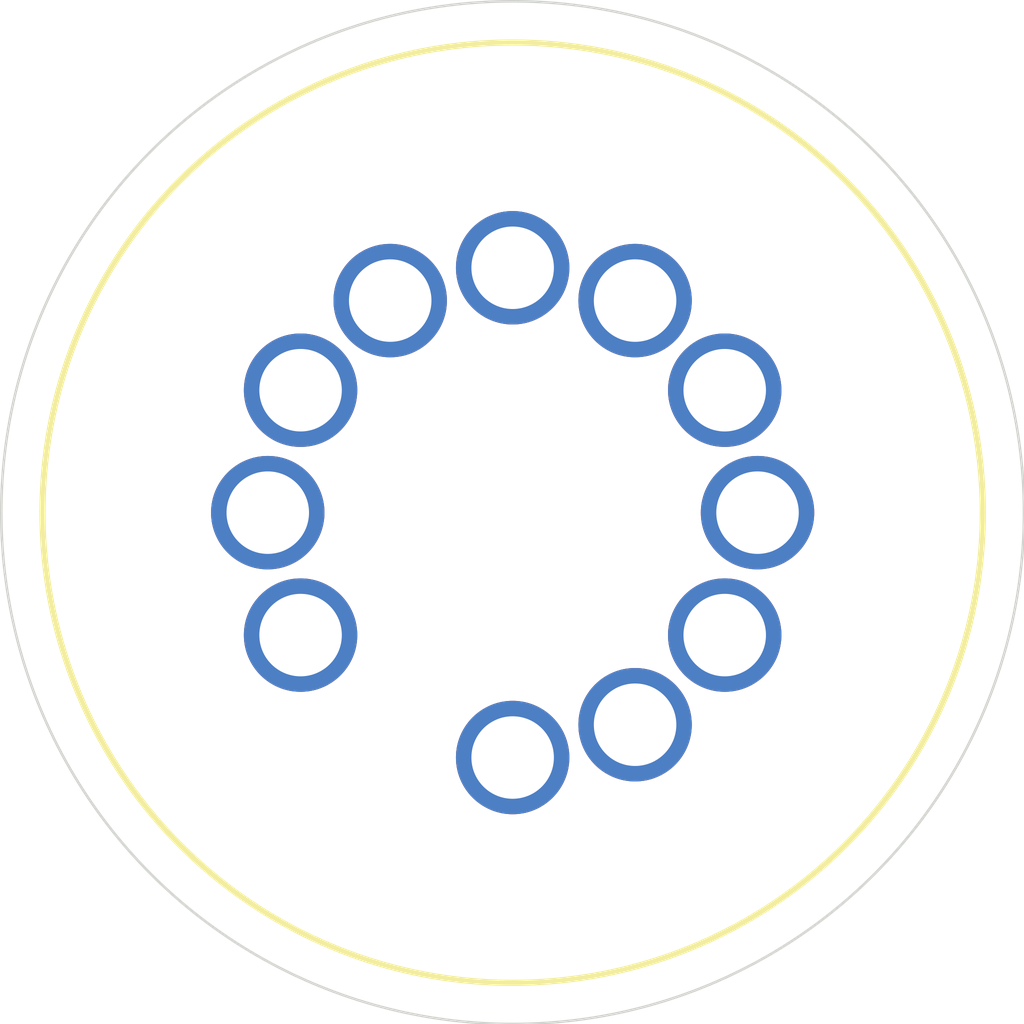
<source format=kicad_pcb>
(kicad_pcb (version 20171130) (host pcbnew "(5.1.5-0-10_14)")

  (general
    (thickness 1.6)
    (drawings 1)
    (tracks 0)
    (zones 0)
    (modules 1)
    (nets 10)
  )

  (page A4)
  (layers
    (0 F.Cu signal)
    (31 B.Cu signal)
    (32 B.Adhes user)
    (33 F.Adhes user)
    (34 B.Paste user)
    (35 F.Paste user)
    (36 B.SilkS user)
    (37 F.SilkS user)
    (38 B.Mask user)
    (39 F.Mask user)
    (40 Dwgs.User user)
    (41 Cmts.User user)
    (42 Eco1.User user)
    (43 Eco2.User user)
    (44 Edge.Cuts user)
    (45 Margin user)
    (46 B.CrtYd user)
    (47 F.CrtYd user)
    (48 B.Fab user)
    (49 F.Fab user)
  )

  (setup
    (last_trace_width 0.25)
    (trace_clearance 0.2)
    (zone_clearance 0.508)
    (zone_45_only no)
    (trace_min 0.2)
    (via_size 0.8)
    (via_drill 0.4)
    (via_min_size 0.4)
    (via_min_drill 0.3)
    (uvia_size 0.3)
    (uvia_drill 0.1)
    (uvias_allowed no)
    (uvia_min_size 0.2)
    (uvia_min_drill 0.1)
    (edge_width 0.05)
    (segment_width 0.2)
    (pcb_text_width 0.3)
    (pcb_text_size 1.5 1.5)
    (mod_edge_width 0.12)
    (mod_text_size 1 1)
    (mod_text_width 0.15)
    (pad_size 1.7 1.7)
    (pad_drill 1)
    (pad_to_mask_clearance 0.051)
    (solder_mask_min_width 0.25)
    (aux_axis_origin 0 0)
    (visible_elements FFFFFF7F)
    (pcbplotparams
      (layerselection 0x010fc_ffffffff)
      (usegerberextensions false)
      (usegerberattributes false)
      (usegerberadvancedattributes false)
      (creategerberjobfile false)
      (excludeedgelayer true)
      (linewidth 0.100000)
      (plotframeref false)
      (viasonmask false)
      (mode 1)
      (useauxorigin false)
      (hpglpennumber 1)
      (hpglpenspeed 20)
      (hpglpendiameter 15.000000)
      (psnegative false)
      (psa4output false)
      (plotreference true)
      (plotvalue true)
      (plotinvisibletext false)
      (padsonsilk false)
      (subtractmaskfromsilk false)
      (outputformat 1)
      (mirror false)
      (drillshape 1)
      (scaleselection 1)
      (outputdirectory ""))
  )

  (net 0 "")
  (net 1 "Net-(J1-Pad1)")
  (net 2 "Net-(J1-Pad2)")
  (net 3 "Net-(J1-Pad3)")
  (net 4 "Net-(J1-Pad4)")
  (net 5 "Net-(J1-Pad5)")
  (net 6 "Net-(J1-Pad6)")
  (net 7 "Net-(J1-Pad7)")
  (net 8 "Net-(J1-Pad8)")
  (net 9 "Net-(J1-Pad9)")

  (net_class Default "This is the default net class."
    (clearance 0.2)
    (trace_width 0.25)
    (via_dia 0.8)
    (via_drill 0.4)
    (uvia_dia 0.3)
    (uvia_drill 0.1)
    (add_net "Net-(J1-Pad1)")
    (add_net "Net-(J1-Pad2)")
    (add_net "Net-(J1-Pad3)")
    (add_net "Net-(J1-Pad4)")
    (add_net "Net-(J1-Pad5)")
    (add_net "Net-(J1-Pad6)")
    (add_net "Net-(J1-Pad7)")
    (add_net "Net-(J1-Pad8)")
    (add_net "Net-(J1-Pad9)")
  )

  (module footprints-nad:IN-2_Socket_Pins (layer F.Cu) (tedit 5E828216) (tstamp 5E83188F)
    (at 185.42 96.52)
    (path /5E82857E)
    (fp_text reference J1 (at 0 -10.045) (layer F.SilkS) hide
      (effects (font (size 1 1) (thickness 0.15)))
    )
    (fp_text value Conn_01x11 (at 0 7.112) (layer F.Fab) hide
      (effects (font (size 1 1) (thickness 0.15)))
    )
    (fp_circle (center 0 0) (end 0 9.12) (layer F.SilkS) (width 0.12))
    (pad 1 thru_hole circle (at 0 4.75) (size 2.2 2.2) (drill 1.6) (layers *.Cu *.Mask)
      (net 1 "Net-(J1-Pad1)"))
    (pad 2 thru_hole circle (at 2.375 4.11362) (size 2.2 2.2) (drill 1.6) (layers *.Cu *.Mask)
      (net 2 "Net-(J1-Pad2)"))
    (pad 3 thru_hole circle (at 4.11362 2.375) (size 2.2 2.2) (drill 1.6) (layers *.Cu *.Mask)
      (net 3 "Net-(J1-Pad3)"))
    (pad 4 thru_hole circle (at 4.75 0) (size 2.2 2.2) (drill 1.6) (layers *.Cu *.Mask)
      (net 4 "Net-(J1-Pad4)"))
    (pad 5 thru_hole circle (at 4.11362 -2.375) (size 2.2 2.2) (drill 1.6) (layers *.Cu *.Mask)
      (net 5 "Net-(J1-Pad5)"))
    (pad 6 thru_hole circle (at 2.375 -4.11362) (size 2.2 2.2) (drill 1.6) (layers *.Cu *.Mask)
      (net 6 "Net-(J1-Pad6)"))
    (pad 7 thru_hole circle (at 0 -4.75) (size 2.2 2.2) (drill 1.6) (layers *.Cu *.Mask)
      (net 7 "Net-(J1-Pad7)"))
    (pad 8 thru_hole circle (at -2.374999 -4.11362) (size 2.2 2.2) (drill 1.6) (layers *.Cu *.Mask)
      (net 8 "Net-(J1-Pad8)"))
    (pad 9 thru_hole circle (at -4.11362 -2.374999) (size 2.2 2.2) (drill 1.6) (layers *.Cu *.Mask)
      (net 9 "Net-(J1-Pad9)"))
    (pad 0 thru_hole circle (at -4.75 0) (size 2.2 2.2) (drill 1.6) (layers *.Cu *.Mask))
    (pad A thru_hole circle (at -4.11362 2.374999) (size 2.2 2.2) (drill 1.6) (layers *.Cu *.Mask))
  )

  (gr_circle (center 185.42 96.52) (end 191.77 88.9) (layer Edge.Cuts) (width 0.05))

)

</source>
